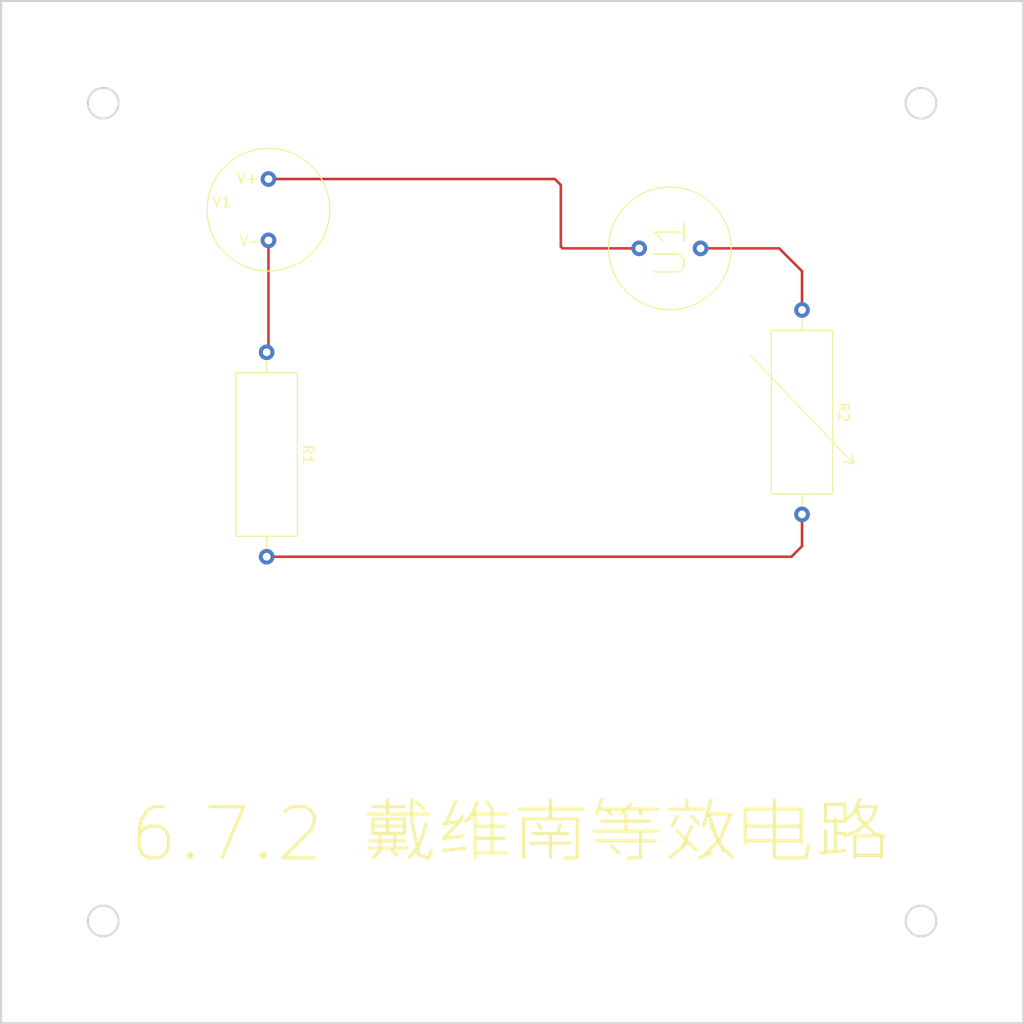
<source format=kicad_pcb>
(kicad_pcb (version 20211014) (generator pcbnew)
  (layers (0 "F.Cu" signal) (31 "B.Cu" signal) (34 "B.Paste" user) (35 "F.Paste" user) (36 "B.SilkS" user "B.Silkscreen") (37 "F.SilkS" user "F.Silkscreen") (38 "B.Mask" user) (39 "F.Mask" user) (44 "Edge.Cuts" user))
  (net 0 "")
  (net 1 "Net-(R1-Pad1)")
  (net 2 "Net-(R1-Pad2)")
  (net 3 "Net-(R2-Pad1)")
  (net 4 "Net-(U1-Pad1)")
  (footprint "test2021:Vs" (layer "F.Cu") (at 38.1649 32.4132)
    (fp_text reference "V1" (at -4.572 -0.762 unlocked) (layer "F.SilkS"))
    (fp_text value "Es")
    (fp_text user "V+" (at -2.032 -3.048 unlocked) (layer "F.SilkS"))
    (fp_text user "V-" (at -1.778 3.048 unlocked) (layer "F.SilkS"))
    (fp_circle (center 0 0) (end 6 0) (layer "F.SilkS") (width 0.12) (fill none))
    (pad "1" thru_hole circle (at 0 -3) (size 1.524 1.524) (drill 0.762) (layers *.Cu *.Mask) (net 4 "Net-(U1-Pad1)"))
    (pad "2" thru_hole circle (at 0 3) (size 1.524 1.524) (drill 0.762) (layers *.Cu *.Mask) (net 1 "Net-(R1-Pad1)"))
  )
  (footprint "test2021:Multimeter" (layer "F.Cu") (at 77.4333 36.1978 90)
    (fp_text reference "U1" (at 0 0 90 unlocked) (layer "F.SilkS") (effects (font (size 3 3))))
    (fp_text value "mA")
    (fp_circle (center 0 0) (end 6 0) (layer "F.SilkS") (width 0.12) (fill none))
    (pad "1" thru_hole circle (at 0 -3 90) (size 1.524 1.524) (drill 0.762) (layers *.Cu *.Mask) (net 4 "Net-(U1-Pad1)"))
    (pad "2" thru_hole circle (at 0 3 90) (size 1.524 1.524) (drill 0.762) (layers *.Cu *.Mask) (net 3 "Net-(R2-Pad1)"))
  )
  (footprint "test2021:R" (layer "F.Cu") (at 37.9871 56.3654 -90)
    (fp_text reference "R1" (at 0 -4.064 -90 unlocked) (layer "F.SilkS"))
    (fp_text value "R")
    (fp_line (start -8 0) (end -9.144 0) (layer "F.SilkS") (width 0.12))
    (fp_line (start 8 0) (end 9.144 0) (layer "F.SilkS") (width 0.12))
    (fp_rect (start -8 -3) (end 8 3) (layer "F.SilkS") (width 0.12) (fill none))
    (pad "1" thru_hole circle (at -10 0 270) (size 1.524 1.524) (drill 0.762) (layers *.Cu *.Mask) (net 1 "Net-(R1-Pad1)"))
    (pad "2" thru_hole circle (at 10 0 270) (size 1.524 1.524) (drill 0.762) (layers *.Cu *.Mask) (net 2 "Net-(R1-Pad2)"))
  )
  (footprint "test2021:Rv" (layer "F.Cu") (at 90.3619 52.2252 -90)
    (fp_text reference "R2" (at 0 -4.064 -90 unlocked) (layer "F.SilkS"))
    (fp_text value "R_Variable")
    (fp_line (start 5.08 -5.08) (end -5.588 5.08) (layer "F.SilkS") (width 0.12))
    (fp_line (start -8 0) (end -9.144 0) (layer "F.SilkS") (width 0.12))
    (fp_line (start 8 0) (end 9.144 0) (layer "F.SilkS") (width 0.12))
    (fp_line (start 5.08 -5.08) (end 4.826 -4.064) (layer "F.SilkS") (width 0.12))
    (fp_line (start 4.064 -4.826) (end 5.08 -5.08) (layer "F.SilkS") (width 0.12))
    (fp_rect (start -8 -3) (end 8 3) (layer "F.SilkS") (width 0.12) (fill none))
    (pad "1" thru_hole circle (at -10 0 270) (size 1.524 1.524) (drill 0.762) (layers *.Cu *.Mask) (net 3 "Net-(R2-Pad1)"))
    (pad "2" thru_hole circle (at 10 0 270) (size 1.524 1.524) (drill 0.762) (layers *.Cu *.Mask) (net 2 "Net-(R1-Pad2)"))
  )
  (gr_circle (center 22 102) (end 23.5 102) (layer "Edge.Cuts") (width 0.2) (fill none))
  (gr_circle (center 102 102) (end 103.5 102) (layer "Edge.Cuts") (width 0.2) (fill none))
  (gr_circle (center 102 22) (end 103.5 22) (layer "Edge.Cuts") (width 0.2) (fill none))
  (gr_circle (center 22 22) (end 23.5 22) (layer "Edge.Cuts") (width 0.2) (fill none))
  (gr_rect (start 12 12) (end 112 112) (layer "Edge.Cuts") (width 0.2) (fill none))
  (gr_text "6.7.2 戴维南等效电路" (at 61.8236 93.5228) (layer "F.SilkS") (effects (font (size 5 5) (thickness 0.3))))
  (segment (start 38.1649 35.4132) (end 38.1649 46.1876) (width 0.25) (layer "F.Cu") (net 1))
  (segment (start 38.1649 46.1876) (end 37.9871 46.3654) (width 0.25) (layer "F.Cu") (net 1))
  (segment (start 90.3619 65.3316) (end 90.3619 62.2252) (width 0.25) (layer "F.Cu") (net 2))
  (segment (start 37.9871 66.3654) (end 89.3281 66.3654) (width 0.25) (layer "F.Cu") (net 2))
  (segment (start 89.3281 66.3654) (end 90.3619 65.3316) (width 0.25) (layer "F.Cu") (net 2))
  (segment (start 90.3619 38.433) (end 90.3619 42.2252) (width 0.25) (layer "F.Cu") (net 3))
  (segment (start 80.4333 36.1978) (end 88.1267 36.1978) (width 0.25) (layer "F.Cu") (net 3))
  (segment (start 88.1267 36.1978) (end 90.3619 38.433) (width 0.25) (layer "F.Cu") (net 3))
  (segment (start 66.1783 29.4132) (end 66.7653 30.0002) (width 0.25) (layer "F.Cu") (net 4))
  (segment (start 38.1649 29.4132) (end 66.1783 29.4132) (width 0.25) (layer "F.Cu") (net 4))
  (segment (start 66.7653 36.02) (end 66.9431 36.1978) (width 0.25) (layer "F.Cu") (net 4))
  (segment (start 66.9431 36.1978) (end 74.4333 36.1978) (width 0.25) (layer "F.Cu") (net 4))
  (segment (start 66.7653 30.0002) (end 66.7653 36.02) (width 0.25) (layer "F.Cu") (net 4))
)
</source>
